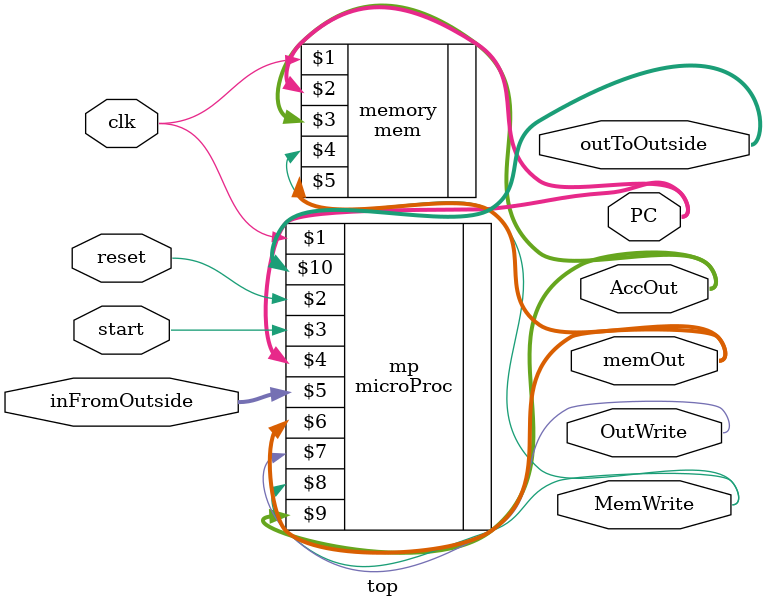
<source format=v>
/* Reiner Dizon
 * Simple 8-bit microprocessor (MP-8)
 * Top Module
 */
module top(
	input clk, reset, start,					// Clock, Reset, & Start Input
	input [7:0] inFromOutside,					// Input from Outside
	output [7:0] AccOut, outToOutside, memOut,	// Accumulator Output, Output from Outside, & Memory Output
	output [4:0] PC, 							// Program Counter/Address to the Memory
	output MemWrite, OutWrite					// Memory Write & OutWrite Signal (from Control Unit)
);
	microProc mp(
		clk, reset, start, PC, inFromOutside, memOut, 
		OutWrite, MemWrite, AccOut, outToOutside
	);
	mem memory(clk, PC, AccOut, MemWrite, memOut);
endmodule
</source>
